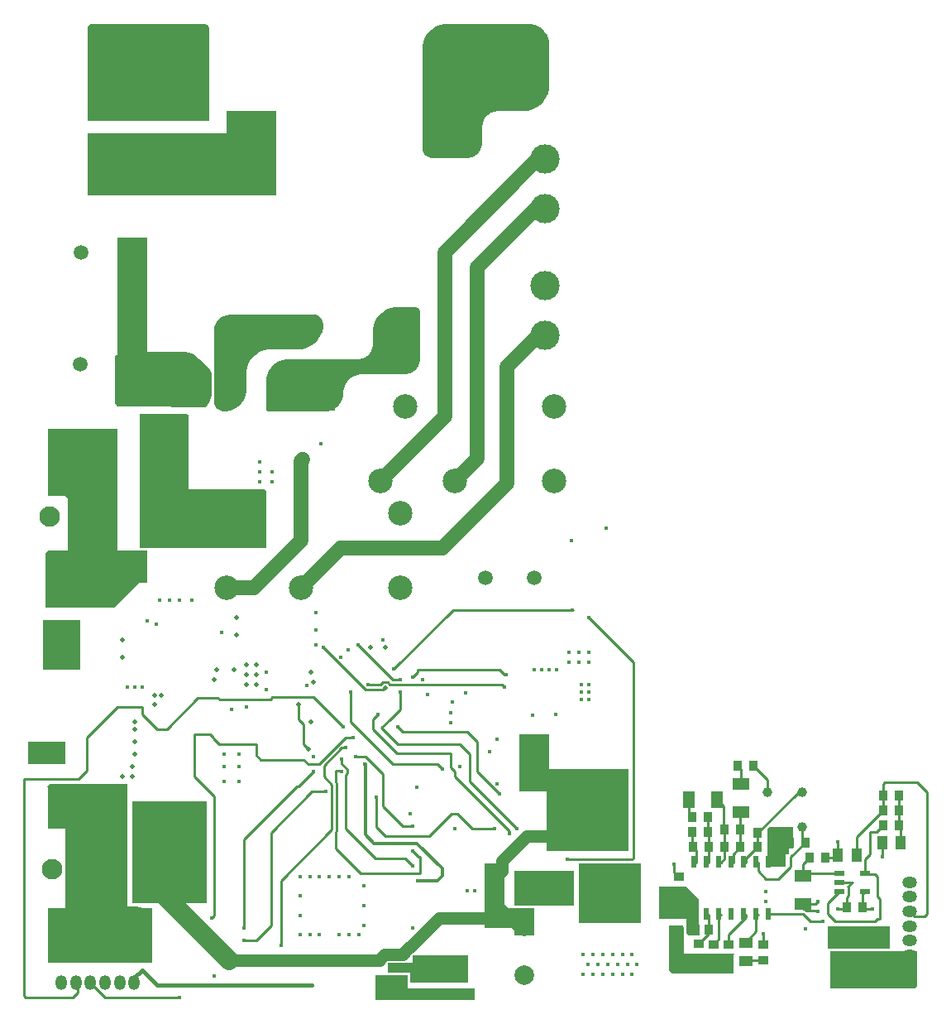
<source format=gbl>
G04*
G04 #@! TF.GenerationSoftware,Altium Limited,Altium Designer,23.11.1 (41)*
G04*
G04 Layer_Physical_Order=4*
G04 Layer_Color=16711680*
%FSLAX25Y25*%
%MOIN*%
G70*
G04*
G04 #@! TF.SameCoordinates,8D3607F6-0EDD-4B5D-BFDE-71B222FAF683*
G04*
G04*
G04 #@! TF.FilePolarity,Positive*
G04*
G01*
G75*
%ADD11C,0.01181*%
%ADD12C,0.01000*%
%ADD14C,0.01575*%
%ADD22R,0.03937X0.05709*%
%ADD23R,0.03740X0.03937*%
%ADD34R,0.03937X0.03740*%
%ADD47R,0.05709X0.03937*%
%ADD97C,0.08268*%
%ADD102C,0.05906*%
%ADD103C,0.07874*%
%ADD107C,0.05906*%
%ADD108C,0.11811*%
%ADD109C,0.09843*%
%ADD110C,0.03937*%
%ADD111O,0.07874X0.15748*%
%ADD112O,0.15748X0.07874*%
%ADD113O,0.07087X0.14173*%
%ADD114O,0.04724X0.05906*%
%ADD115O,0.05906X0.04724*%
%ADD116C,0.07874*%
%ADD117C,0.01575*%
%ADD118C,0.01968*%
%ADD133R,0.06693X0.04528*%
%ADD134R,0.02284X0.04646*%
%ADD135R,0.04331X0.02362*%
%ADD136R,0.04528X0.07087*%
%ADD137R,0.07087X0.04528*%
%ADD138C,0.05000*%
G36*
X78550Y396113D02*
X79113Y395550D01*
X79417Y394815D01*
Y394417D01*
Y357417D01*
X30417D01*
Y394417D01*
Y394815D01*
X30722Y395550D01*
X31284Y396113D01*
X32019Y396417D01*
X32417Y396417D01*
X32417Y396417D01*
X77815D01*
X78550Y396113D01*
D02*
G37*
G36*
X210751Y396110D02*
X212207Y395507D01*
X213517Y394631D01*
X214631Y393517D01*
X215507Y392207D01*
X216110Y390751D01*
X216417Y389205D01*
Y388417D01*
Y371417D01*
Y370432D01*
X216033Y368500D01*
X215279Y366681D01*
X214185Y365043D01*
X212792Y363650D01*
X211154Y362555D01*
X209334Y361802D01*
X207402Y361417D01*
X196417D01*
X195731Y361384D01*
X194385Y361116D01*
X193117Y360591D01*
X191977Y359828D01*
X191006Y358858D01*
X190244Y357717D01*
X189719Y356449D01*
X189451Y355103D01*
X189417Y354417D01*
Y348417D01*
Y347826D01*
X189187Y346667D01*
X188734Y345575D01*
X188078Y344592D01*
X187242Y343757D01*
X186259Y343100D01*
X185168Y342648D01*
X184008Y342417D01*
X169023D01*
X168251Y342571D01*
X167523Y342873D01*
X166867Y343310D01*
X166310Y343867D01*
X165873Y344523D01*
X165571Y345251D01*
X165417Y346023D01*
Y346417D01*
Y386417D01*
Y387402D01*
X165802Y389334D01*
X166555Y391154D01*
X167650Y392792D01*
X169043Y394185D01*
X170680Y395279D01*
X172500Y396033D01*
X174432Y396417D01*
X209205D01*
X210751Y396110D01*
D02*
G37*
G36*
X106417Y330417D02*
Y327417D01*
X30417D01*
Y352417D01*
X86417D01*
Y360417D01*
Y361417D01*
X106417D01*
Y330417D01*
D02*
G37*
G36*
X54417Y264417D02*
X69547D01*
X71479Y264033D01*
X73299Y263279D01*
X74936Y262185D01*
X75633Y261488D01*
X79838Y257283D01*
X79976Y257146D01*
X80192Y256822D01*
X80341Y256462D01*
X80417Y256079D01*
Y255885D01*
Y247800D01*
Y247045D01*
X80123Y245565D01*
X79545Y244171D01*
X78707Y242916D01*
X78173Y242382D01*
X78058Y242268D01*
X77789Y242088D01*
X77489Y241963D01*
X77171Y241900D01*
X64268D01*
Y242190D01*
X42891D01*
X42740Y242219D01*
X42599Y242278D01*
X42472Y242363D01*
X42417Y242417D01*
X42180Y242655D01*
X41806Y243214D01*
X41548Y243836D01*
X41417Y244495D01*
Y244831D01*
Y261417D01*
Y261655D01*
X41510Y262122D01*
X41601Y262341D01*
X41601D01*
X41601Y262341D01*
X41692Y262561D01*
X41956Y262956D01*
X42124Y263124D01*
X42417Y263417D01*
Y310417D01*
X54417D01*
Y264417D01*
D02*
G37*
G36*
X163550Y282113D02*
X164113Y281550D01*
X164417Y280815D01*
Y280417D01*
Y261417D01*
Y260826D01*
X164187Y259667D01*
X163734Y258575D01*
X163078Y257593D01*
X162242Y256757D01*
X161259Y256100D01*
X160168Y255648D01*
X159008Y255417D01*
X141417D01*
X140633Y255379D01*
X139095Y255073D01*
X137646Y254473D01*
X136342Y253601D01*
X135233Y252492D01*
X134362Y251188D01*
X133762Y249740D01*
X133456Y248201D01*
X133417Y247417D01*
Y246728D01*
X133148Y245375D01*
X132621Y244102D01*
X131855Y242955D01*
X130879Y241980D01*
X129733Y241214D01*
X128459Y240686D01*
X127107Y240417D01*
X103218D01*
X102851Y240570D01*
X102570Y240851D01*
X102417Y241218D01*
Y241417D01*
Y243417D01*
Y252417D01*
Y253304D01*
X102763Y255043D01*
X103442Y256680D01*
X104427Y258155D01*
X105680Y259408D01*
X107154Y260393D01*
X108792Y261071D01*
X110531Y261417D01*
X139417D01*
X140005Y261446D01*
X141159Y261676D01*
X142246Y262126D01*
X143224Y262779D01*
X144055Y263611D01*
X144709Y264589D01*
X145159Y265676D01*
X145388Y266829D01*
X145417Y267417D01*
Y272417D01*
Y273402D01*
X145802Y275334D01*
X146555Y277154D01*
X147650Y278792D01*
X149043Y280185D01*
X150680Y281279D01*
X152500Y282033D01*
X154432Y282417D01*
X162815D01*
X163550Y282113D01*
D02*
G37*
G36*
X122584Y279264D02*
X123312Y278962D01*
X123967Y278524D01*
X124524Y277967D01*
X124962Y277312D01*
X125264Y276584D01*
X125417Y275811D01*
Y275417D01*
Y274432D01*
X125033Y272500D01*
X124279Y270680D01*
X123185Y269043D01*
X121792Y267650D01*
X120154Y266555D01*
X118334Y265802D01*
X116402Y265417D01*
X104417D01*
X103437Y265369D01*
X101514Y264987D01*
X99703Y264236D01*
X98073Y263147D01*
X96687Y261761D01*
X95598Y260131D01*
X94848Y258320D01*
X94466Y256398D01*
X94417Y255417D01*
Y249417D01*
Y248531D01*
X94072Y246792D01*
X93393Y245154D01*
X92408Y243680D01*
X91154Y242427D01*
X89680Y241442D01*
X88042Y240763D01*
X86304Y240417D01*
X85023D01*
X84251Y240571D01*
X83523Y240873D01*
X82867Y241310D01*
X82310Y241867D01*
X81873Y242523D01*
X81571Y243251D01*
X81417Y244023D01*
Y244417D01*
Y272417D01*
Y273107D01*
X81686Y274459D01*
X82214Y275733D01*
X82980Y276880D01*
X83955Y277855D01*
X85102Y278621D01*
X86375Y279148D01*
X87728Y279417D01*
X121811D01*
X122584Y279264D01*
D02*
G37*
G36*
X70846Y239141D02*
X70885Y239097D01*
X71029Y238881D01*
X71224Y238411D01*
X71323Y237913D01*
X71323Y237659D01*
X71323Y209137D01*
X100679D01*
X100679Y209137D01*
X100679Y209137D01*
X100679D01*
X101139Y209094D01*
X101396Y209043D01*
X101843Y208858D01*
X102246Y208589D01*
X102417Y208417D01*
X102417Y185417D01*
X51417D01*
Y239417D01*
X70407D01*
X70429Y239418D01*
X70473Y239427D01*
X70514Y239444D01*
X70846Y239141D01*
D02*
G37*
G36*
X42417Y232417D02*
Y184417D01*
X54417D01*
Y171417D01*
X51252D01*
X41252Y161417D01*
X13417D01*
Y183417D01*
X14417Y184417D01*
X22417D01*
Y205417D01*
X21417Y206417D01*
X14417D01*
Y229417D01*
Y230850D01*
Y233417D01*
X42417D01*
Y232417D01*
D02*
G37*
G36*
X27417Y136417D02*
X12417D01*
Y136950D01*
Y156417D01*
X27417D01*
Y136417D01*
D02*
G37*
G36*
X21417Y98417D02*
X6417D01*
Y107417D01*
X21417D01*
Y98417D01*
D02*
G37*
G36*
X216417Y96417D02*
X248417D01*
Y63437D01*
X215417D01*
Y87417D01*
X204417D01*
Y110417D01*
X216417D01*
Y96417D01*
D02*
G37*
G36*
X310000Y73000D02*
X315000D01*
Y66000D01*
Y64355D01*
X313072D01*
Y62072D01*
X313000Y62000D01*
X311844D01*
Y57086D01*
X304525D01*
Y72193D01*
X305412Y73080D01*
X309920D01*
X310000Y73000D01*
D02*
G37*
G36*
X78417Y42417D02*
X48417D01*
Y82417D01*
Y83417D01*
X78417D01*
Y42417D01*
D02*
G37*
G36*
X226417Y43417D02*
Y42417D01*
Y41417D01*
X202417D01*
Y55417D01*
X226417D01*
Y43417D01*
D02*
G37*
G36*
X253417Y34417D02*
X228417D01*
Y58417D01*
X253417D01*
Y34417D01*
D02*
G37*
G36*
X198417Y42019D02*
X200019Y40417D01*
X210417D01*
Y29417D01*
X202417D01*
Y31417D01*
X201417Y32417D01*
X190402D01*
Y58417D01*
X198417D01*
Y42019D01*
D02*
G37*
G36*
X276899Y44101D02*
Y34080D01*
X277260Y33719D01*
Y29416D01*
X277200Y29355D01*
X272746D01*
X272000Y30101D01*
Y36000D01*
X261000D01*
Y49000D01*
X272000D01*
X276899Y44101D01*
D02*
G37*
G36*
X354000Y24000D02*
X329000D01*
Y33000D01*
X354000D01*
Y24000D01*
D02*
G37*
G36*
X46417Y40552D02*
X46283Y40417D01*
X56307D01*
X56417Y40307D01*
Y18417D01*
X14480D01*
Y19480D01*
Y40417D01*
X21666D01*
Y72169D01*
X21417Y72417D01*
X14417D01*
Y89179D01*
X14156Y89441D01*
X15132Y90417D01*
X46417D01*
Y40552D01*
D02*
G37*
G36*
X271000Y32799D02*
Y22000D01*
X291070D01*
X291101Y22031D01*
Y21767D01*
X291000Y21666D01*
Y14000D01*
X266000D01*
X264786Y15214D01*
Y33474D01*
X270325D01*
X271000Y32799D01*
D02*
G37*
G36*
X184000Y10417D02*
X160417D01*
Y14417D01*
X151417D01*
Y18417D01*
X161417D01*
X161417Y21417D01*
X184000D01*
Y10417D01*
D02*
G37*
G36*
X365000Y9000D02*
X364000Y8000D01*
X330000D01*
Y23000D01*
X365000D01*
Y9000D01*
D02*
G37*
G36*
X159598Y13236D02*
Y8071D01*
X186417D01*
Y3512D01*
X146417D01*
Y13417D01*
X159417D01*
X159598Y13236D01*
D02*
G37*
D11*
X142417Y69994D02*
Y98314D01*
X145994Y66417D02*
X163227D01*
X142417Y69994D02*
X145994Y66417D01*
X163227D02*
X173417Y56227D01*
X142314Y98314D02*
X142417D01*
X173417Y53417D02*
Y56227D01*
X171417Y51417D02*
X173417Y53417D01*
X163417Y51417D02*
X171417D01*
D12*
X93417Y32417D02*
Y67917D01*
X115000Y89500D01*
X115500D01*
X121417Y95417D01*
X133000Y98452D02*
X135087Y96365D01*
X133000Y98452D02*
Y100500D01*
X134417Y93965D02*
X135087Y94635D01*
X130607Y95607D02*
X132893D01*
X134417Y72417D02*
Y93965D01*
X135087Y94635D02*
Y96365D01*
X132893Y95607D02*
X133000Y95500D01*
X130607Y90978D02*
Y95607D01*
X133000Y105000D02*
X134500D01*
X125701Y97701D02*
X133000Y105000D01*
X123806Y98417D02*
X134388Y109000D01*
X137500D01*
X104772Y125465D02*
X121535D01*
X133500Y113500D01*
X225937Y160500D02*
X226075D01*
X177865D02*
X225937D01*
X153918Y136553D02*
X177865Y160500D01*
X152324Y130417D02*
X197417D01*
X104417Y125110D02*
X104772Y125465D01*
X293652Y78921D02*
X293739Y79009D01*
X293652Y72025D02*
Y78921D01*
Y65025D02*
Y72025D01*
X300502Y70630D02*
X300589Y70718D01*
X300502Y65025D02*
Y70630D01*
X326718Y35000D02*
X327000D01*
X322000D02*
X326718D01*
X320194Y39351D02*
X324649D01*
X325000Y39000D01*
X329000Y38000D02*
X332000Y35000D01*
X350000Y36000D02*
Y44000D01*
X332000Y35000D02*
X348000D01*
X318945Y38055D02*
X322000Y35000D01*
X319690Y39855D02*
X320194Y39351D01*
X318739Y40261D02*
X319145Y39855D01*
X319690D01*
X305000Y38055D02*
X318945D01*
X329000Y38000D02*
Y42356D01*
X324009Y42009D02*
X325000Y43000D01*
X318739Y40261D02*
Y42009D01*
X324009D01*
X329000Y42356D02*
X333621Y46977D01*
X302739Y29739D02*
X303000Y30000D01*
X302739Y25718D02*
Y29739D01*
X319718Y66718D02*
X319739D01*
X314000Y61000D02*
X319718Y66718D01*
X314000Y57000D02*
Y61000D01*
X309000Y52000D02*
X314000Y57000D01*
X304000Y52000D02*
X309000D01*
X300739Y55261D02*
X304000Y52000D01*
X300739Y55261D02*
Y58662D01*
X318681Y67775D02*
X319739Y66718D01*
X318681Y67775D02*
Y72976D01*
X292440Y97718D02*
X293739Y96418D01*
Y90426D02*
Y96418D01*
X298739Y97718D02*
X304469Y91988D01*
Y86992D02*
Y91988D01*
X317041Y87169D02*
X318524D01*
X300589Y70718D02*
X317041Y87169D01*
X295739Y60262D02*
X300502Y65025D01*
X295739Y58662D02*
Y60262D01*
X290739Y62112D02*
X293652Y65025D01*
X290739Y58662D02*
Y62112D01*
X285739Y58662D02*
X287352Y60276D01*
Y65025D01*
Y72025D01*
X287000Y72377D02*
X287352Y72025D01*
X284211Y84025D02*
X287000Y81235D01*
Y72377D02*
Y81235D01*
X272793Y78584D02*
Y84025D01*
Y78584D02*
X274352Y77025D01*
X280651Y71025D02*
Y77025D01*
Y71025D02*
X280801Y70875D01*
Y65025D02*
Y70875D01*
X280739Y64963D02*
X280801Y65025D01*
X280739Y58662D02*
Y64963D01*
X274352Y65174D02*
Y71025D01*
Y65174D02*
X274502Y65025D01*
X275739Y63788D01*
Y58662D02*
Y63788D01*
X267000Y54756D02*
Y58000D01*
Y54756D02*
X268739Y53017D01*
X300000Y36978D02*
X300739Y37718D01*
X300000Y31000D02*
Y36978D01*
X295739Y26739D02*
X300000Y31000D01*
X295739Y26458D02*
Y26739D01*
Y36739D02*
Y37718D01*
X288739Y29739D02*
X295739Y36739D01*
X288739Y25718D02*
Y29739D01*
X285000Y36978D02*
X285739Y37718D01*
X285000Y27978D02*
Y36978D01*
X282739Y25718D02*
X285000Y27978D01*
X280739Y29867D02*
Y31718D01*
X276739Y25867D02*
X280739Y29867D01*
Y31718D02*
Y37718D01*
X295739Y18977D02*
X296180Y19418D01*
X302739D01*
X362000Y39000D02*
X364000Y37000D01*
X368000D01*
X369000Y38000D01*
Y87000D01*
X365000Y91000D02*
X369000Y87000D01*
X352000Y91000D02*
X365000D01*
X351310Y90310D02*
X352000Y91000D01*
X351310Y85718D02*
Y90310D01*
X346000Y70872D02*
X348464D01*
X346000Y62000D02*
Y70872D01*
X348464D02*
X351310Y73718D01*
X343857Y59857D02*
X346000Y62000D01*
X340479Y68887D02*
X351310Y79718D01*
X343857Y54458D02*
Y59857D01*
X340479Y61718D02*
Y68887D01*
X351310Y79718D02*
Y85718D01*
X357609Y79718D02*
Y85718D01*
Y73718D02*
Y79718D01*
Y73718D02*
X358200Y73127D01*
Y66718D02*
Y73127D01*
X350719Y61281D02*
X351000Y61000D01*
X350719Y61281D02*
Y66718D01*
X332999Y66999D02*
X333000Y67000D01*
X332999Y61718D02*
Y66999D01*
X331999Y60718D02*
X332999Y61718D01*
X327739Y60718D02*
X331999D01*
X318739Y53426D02*
Y58017D01*
X321440Y60718D01*
X318739Y53426D02*
X319771Y54458D01*
X333621D01*
X343857D02*
X344315Y54000D01*
X348000D01*
X349000Y53000D01*
Y45000D02*
Y53000D01*
Y45000D02*
X350000Y44000D01*
X349000Y36000D02*
X350000D01*
X348000Y35000D02*
X349000Y36000D01*
X337086Y45258D02*
Y48697D01*
X336908Y48875D02*
X338739Y50707D01*
X336590Y40718D02*
Y44761D01*
X336908Y48875D02*
X337086Y48697D01*
X336590Y44761D02*
X337086Y45258D01*
X338728Y50718D02*
X338739Y50707D01*
X333621Y50718D02*
X338728D01*
X342889Y40718D02*
Y46009D01*
X343857Y46977D01*
X342889Y40718D02*
X343606Y40000D01*
X347000D01*
X335872D02*
X336590Y40718D01*
X333000Y40000D02*
X335872D01*
X232417Y157417D02*
X250417Y139417D01*
Y60417D02*
Y139417D01*
X249955Y59955D02*
X250417Y60417D01*
X223805Y59955D02*
X249955D01*
X200417Y70417D02*
Y71417D01*
X178417Y93417D02*
X200417Y71417D01*
X185417Y72417D02*
X194417D01*
X179417Y78417D02*
X185417Y72417D01*
X168268Y69417D02*
X177268Y78417D01*
X179417D01*
X150417Y69417D02*
X168268D01*
X146939Y72896D02*
X150417Y69417D01*
X146939Y72896D02*
Y85055D01*
X171417Y98417D02*
X173417Y96417D01*
X149554Y81281D02*
X157417Y73417D01*
X161417D01*
Y63417D02*
X163779Y61055D01*
X31606Y10417D02*
X37606Y4417D01*
X67417D01*
X108417Y25417D02*
Y51417D01*
X130785Y71240D02*
Y90800D01*
X130607Y64228D02*
Y71061D01*
X130785Y71240D01*
X108417Y51417D02*
X128985Y71985D01*
X130607Y64228D02*
X140417Y54417D01*
X121008Y87417D02*
X126417D01*
X130607Y90978D02*
X130785Y90800D01*
X128985Y71985D02*
Y90055D01*
X125701Y93339D02*
X128985Y90055D01*
X104417Y70827D02*
X121008Y87417D01*
X125701Y93339D02*
Y97701D01*
X80417Y36417D02*
X81417Y37417D01*
Y85417D01*
X73417Y93417D02*
X81417Y85417D01*
X73417Y93417D02*
Y110417D01*
X79804D01*
X81197Y109024D01*
Y108638D02*
Y109024D01*
Y108638D02*
X83417Y106417D01*
X98417D01*
Y101855D02*
Y106417D01*
Y101855D02*
X100118Y100154D01*
X117680D01*
X119417Y98417D01*
X123806D01*
X26417Y6417D02*
Y9701D01*
X5417Y4417D02*
X24417D01*
X26417Y6417D01*
X25701Y10417D02*
X26417Y9701D01*
X4824Y5011D02*
Y92417D01*
Y5011D02*
X5417Y4417D01*
X4824Y92417D02*
X26835D01*
X30095Y95677D01*
Y109095D01*
X42417Y121417D01*
X52417D01*
Y118417D02*
Y121417D01*
Y118417D02*
X58417Y112417D01*
X62417D01*
X74926Y124926D01*
X83165D01*
X83674Y124417D01*
X104417D01*
Y125110D01*
X136417Y115417D02*
X153417Y98417D01*
X136417Y115417D02*
Y127417D01*
X125417Y145417D02*
X142417Y128417D01*
X138417Y101417D02*
X142417D01*
X149554Y94281D01*
Y81281D02*
Y94281D01*
X145417Y116417D02*
X147417Y118417D01*
X145417Y112255D02*
Y116417D01*
X155417Y113417D02*
X157417Y111417D01*
X178417Y93417D02*
Y95417D01*
X176929Y96905D02*
X178417Y95417D01*
X176929Y96905D02*
Y102589D01*
X134417Y72417D02*
X146417Y60417D01*
X139417Y146417D02*
X153417Y132417D01*
X156417D01*
Y132505D01*
X151364Y131378D02*
X152324Y130417D01*
X196417Y136417D02*
X198417Y134417D01*
X163417Y136417D02*
X196417D01*
X163417Y135417D02*
Y136417D01*
X161417Y133417D02*
X163417Y135417D01*
X197417Y130417D02*
X198417Y129417D01*
X148511Y130417D02*
X149471Y131378D01*
X150255Y129255D02*
X150417Y129094D01*
X149471Y131378D02*
X151364D01*
X143417Y130417D02*
X148511D01*
X149417Y128417D02*
X150255Y129255D01*
X144369Y128417D02*
X149417D01*
X142465D02*
X142553Y128330D01*
X142417Y128417D02*
X142465D01*
X142553Y128330D02*
X144282D01*
X144369Y128417D01*
X152417Y116417D02*
X156417Y120417D01*
Y127417D01*
X148917Y112917D02*
X155417Y106417D01*
X148917Y112917D02*
X152417Y116417D01*
X155417Y106417D02*
X180417D01*
X184417Y102417D01*
X155083Y102589D02*
X176929D01*
X145417Y112255D02*
X155083Y102589D01*
X157417Y111417D02*
X183417D01*
X187417Y107417D01*
Y95417D02*
Y107417D01*
Y95417D02*
X196417Y86417D01*
X184417Y91417D02*
Y102417D01*
Y91417D02*
X203417Y72417D01*
X153417Y98417D02*
X171417D01*
X146417Y60417D02*
X158417D01*
X161417Y57417D01*
X164573Y54417D02*
Y61055D01*
X140417Y54417D02*
X164573D01*
X104417Y33417D02*
Y70827D01*
X93417Y27417D02*
X98417D01*
X104417Y33417D01*
X163779Y61055D02*
X164573D01*
X117417Y106417D02*
Y114417D01*
X115417Y116417D02*
X117417Y114417D01*
X115417Y116417D02*
Y122417D01*
X117417Y106417D02*
X119417Y104417D01*
D14*
X49323Y10417D02*
Y12323D01*
X52417Y15417D01*
X58417Y9417D01*
X120836D01*
D22*
X350719Y66718D02*
D03*
X358200D02*
D03*
X340479Y61718D02*
D03*
X332999D02*
D03*
D23*
X274352Y71025D02*
D03*
X280651D02*
D03*
X274440Y31718D02*
D03*
X280739D02*
D03*
X280651Y77025D02*
D03*
X274352D02*
D03*
X287352Y65025D02*
D03*
X293652D02*
D03*
X292440Y97718D02*
D03*
X298739D02*
D03*
X300502Y65025D02*
D03*
X306801D02*
D03*
X357609Y85718D02*
D03*
X351310D02*
D03*
Y73718D02*
D03*
X357609D02*
D03*
Y79718D02*
D03*
X351310D02*
D03*
X321440Y60718D02*
D03*
X327739D02*
D03*
X274502Y65025D02*
D03*
X280801D02*
D03*
X287352Y72025D02*
D03*
X293652D02*
D03*
X313440Y66718D02*
D03*
X319739D02*
D03*
X300589Y70718D02*
D03*
X306889D02*
D03*
X342889Y40718D02*
D03*
X336590D02*
D03*
D34*
X282739Y25718D02*
D03*
Y19418D02*
D03*
X288739Y25718D02*
D03*
Y19418D02*
D03*
X302739Y25718D02*
D03*
Y19418D02*
D03*
X276739Y25867D02*
D03*
Y19568D02*
D03*
X268739Y46718D02*
D03*
Y53017D02*
D03*
D47*
X267739Y38718D02*
D03*
Y31237D02*
D03*
X350000Y19000D02*
D03*
Y26480D02*
D03*
X342000Y19000D02*
D03*
Y26480D02*
D03*
X334000Y19000D02*
D03*
Y26480D02*
D03*
X295739Y18977D02*
D03*
Y26458D02*
D03*
D97*
X15221Y197976D02*
D03*
X16220Y55976D02*
D03*
D102*
X116417Y220417D02*
X117146Y221146D01*
X199417Y258417D02*
X212417Y271417D01*
X199417Y211417D02*
Y258417D01*
X173417Y185417D02*
X199417Y211417D01*
X132417Y185417D02*
X173417D01*
X116417Y169417D02*
X132417Y185417D01*
X116417Y188417D02*
Y220417D01*
X97417Y169417D02*
X116417Y188417D01*
X86417Y169417D02*
X97417D01*
X211417Y322417D02*
X212417D01*
X187417Y298417D02*
X211417Y322417D01*
X187417Y221417D02*
Y298417D01*
X178417Y212417D02*
X187417Y221417D01*
X148417Y212417D02*
X174417Y238417D01*
Y304417D01*
X213000Y343000D01*
D103*
X61417Y45417D02*
X87417Y19417D01*
X61417Y45417D02*
Y52417D01*
D107*
X47417Y304417D02*
D03*
X27732D02*
D03*
X116732Y272047D02*
D03*
X156102D02*
D03*
X97047Y350787D02*
D03*
X175787D02*
D03*
X71569Y388417D02*
D03*
X209266D02*
D03*
X190732Y173417D02*
D03*
X210417D02*
D03*
X47260Y259417D02*
D03*
X27575D02*
D03*
D108*
X40417Y364417D02*
D03*
Y344417D02*
D03*
X215000Y271000D02*
D03*
Y291000D02*
D03*
Y322000D02*
D03*
Y342000D02*
D03*
D109*
X96417Y199417D02*
D03*
X156417D02*
D03*
X86417Y169417D02*
D03*
X116417D02*
D03*
X156417D02*
D03*
X158417Y242417D02*
D03*
X218417D02*
D03*
X148417Y212417D02*
D03*
X178417D02*
D03*
X218417D02*
D03*
D110*
X318681Y72976D02*
D03*
X304469Y86992D02*
D03*
X318524Y87169D02*
D03*
D111*
X32937Y197976D02*
D03*
X33937Y55976D02*
D03*
D112*
X45535Y179079D02*
D03*
X46535Y37079D02*
D03*
D113*
X57740Y202307D02*
D03*
X58740Y60307D02*
D03*
D114*
X49323Y10417D02*
D03*
X43417D02*
D03*
X37512D02*
D03*
X31606D02*
D03*
X25701D02*
D03*
X19795D02*
D03*
D115*
X362000Y50811D02*
D03*
Y44905D02*
D03*
Y39000D02*
D03*
Y33094D02*
D03*
Y27189D02*
D03*
Y21283D02*
D03*
D116*
X206417Y13417D02*
D03*
Y33102D02*
D03*
D117*
X133000Y100500D02*
D03*
Y95500D02*
D03*
X134500Y105000D02*
D03*
X137500Y109000D02*
D03*
X133500Y113500D02*
D03*
X130000Y247000D02*
D03*
Y252500D02*
D03*
X124000D02*
D03*
X130500Y257500D02*
D03*
X124500Y258000D02*
D03*
X118500Y253000D02*
D03*
X119000Y258000D02*
D03*
X124500Y242000D02*
D03*
X129500Y241500D02*
D03*
X118500Y247000D02*
D03*
X119000Y242000D02*
D03*
X81500Y13000D02*
D03*
X225937Y160500D02*
D03*
X183000Y127000D02*
D03*
X100000Y220000D02*
D03*
Y212000D02*
D03*
Y216000D02*
D03*
X105000D02*
D03*
Y212000D02*
D03*
X177000Y119000D02*
D03*
Y115000D02*
D03*
X219063Y118417D02*
D03*
X210000Y118000D02*
D03*
X326718Y35000D02*
D03*
X325000Y39000D02*
D03*
X333000Y40000D02*
D03*
X320000Y32000D02*
D03*
X325000Y43000D02*
D03*
X336000Y31000D02*
D03*
X344000D02*
D03*
X340000D02*
D03*
X331000D02*
D03*
X348000D02*
D03*
X303000Y30000D02*
D03*
X304000Y43000D02*
D03*
Y47000D02*
D03*
X352000Y31000D02*
D03*
X309000Y59000D02*
D03*
X311000Y62000D02*
D03*
X313000Y71000D02*
D03*
X267000Y58000D02*
D03*
X263000Y43000D02*
D03*
Y47000D02*
D03*
Y38000D02*
D03*
X286000Y15000D02*
D03*
X280000D02*
D03*
X275000D02*
D03*
X268000D02*
D03*
Y19000D02*
D03*
Y24000D02*
D03*
X351000Y61000D02*
D03*
X333000Y67000D02*
D03*
X347000Y40000D02*
D03*
X350000Y12000D02*
D03*
X342000D02*
D03*
X334000D02*
D03*
X232417Y157417D02*
D03*
X223805Y59955D02*
D03*
X200417Y70417D02*
D03*
X194417Y72417D02*
D03*
X178417D02*
D03*
X146939Y85055D02*
D03*
X173417Y96417D02*
D03*
X161417Y73417D02*
D03*
Y63417D02*
D03*
X120836Y9417D02*
D03*
X150417Y11417D02*
D03*
X147417D02*
D03*
X67417Y4417D02*
D03*
X108417Y25417D02*
D03*
X124016Y53150D02*
D03*
X127953D02*
D03*
X124016Y29528D02*
D03*
X126417Y87417D02*
D03*
X80417Y36417D02*
D03*
X91417Y102417D02*
D03*
X45417Y88417D02*
D03*
X118893Y129893D02*
D03*
X136417Y127417D02*
D03*
X121417Y101417D02*
D03*
Y95417D02*
D03*
X142314Y98314D02*
D03*
X138417Y101417D02*
D03*
X147417Y118417D02*
D03*
X155417Y113417D02*
D03*
X167417Y126417D02*
D03*
X153918Y136553D02*
D03*
X156417Y132505D02*
D03*
X124417Y227417D02*
D03*
X117146Y221146D02*
D03*
X122417Y159417D02*
D03*
X199307Y134188D02*
D03*
X210417Y136417D02*
D03*
X213417D02*
D03*
X216417D02*
D03*
X219417D02*
D03*
X165417Y132505D02*
D03*
X161417Y133417D02*
D03*
X198417Y129417D02*
D03*
X143417Y130417D02*
D03*
X225417Y188417D02*
D03*
X239417Y193417D02*
D03*
X195417Y108417D02*
D03*
X192417Y103417D02*
D03*
X180417Y97417D02*
D03*
X195417Y90417D02*
D03*
X196417Y86417D02*
D03*
X156417Y127417D02*
D03*
X203417Y72417D02*
D03*
X52417Y129417D02*
D03*
X49417D02*
D03*
X46417D02*
D03*
X72417Y164417D02*
D03*
X67417D02*
D03*
X63417D02*
D03*
X59417D02*
D03*
X58199Y154685D02*
D03*
X54654Y156143D02*
D03*
X84417Y151417D02*
D03*
X102417Y135417D02*
D03*
Y128417D02*
D03*
X94417Y121417D02*
D03*
X88417Y120417D02*
D03*
X85417Y91417D02*
D03*
Y97417D02*
D03*
Y102417D02*
D03*
X91417Y97417D02*
D03*
Y91417D02*
D03*
X122417Y152417D02*
D03*
Y146417D02*
D03*
X149417Y148417D02*
D03*
X135417Y144417D02*
D03*
X132417Y141417D02*
D03*
X177417Y123417D02*
D03*
X232417Y139417D02*
D03*
Y143417D02*
D03*
X228417D02*
D03*
X224417D02*
D03*
X228417Y139417D02*
D03*
X224417D02*
D03*
X229417Y124417D02*
D03*
Y130417D02*
D03*
Y127382D02*
D03*
X232417Y124417D02*
D03*
Y127417D02*
D03*
Y130417D02*
D03*
X215417Y109417D02*
D03*
X211417D02*
D03*
X214417Y100417D02*
D03*
X211417D02*
D03*
X208417D02*
D03*
X205417D02*
D03*
X15417Y74417D02*
D03*
X16417Y81417D02*
D03*
X15417Y88417D02*
D03*
X45417Y75417D02*
D03*
Y82417D02*
D03*
X222441Y53150D02*
D03*
X224410Y49213D02*
D03*
X222441Y45276D02*
D03*
X218504Y53150D02*
D03*
X220473Y49213D02*
D03*
X218504Y45276D02*
D03*
X216536Y49213D02*
D03*
X214567Y45276D02*
D03*
X210630D02*
D03*
X206693D02*
D03*
X186417Y47417D02*
D03*
X183417D02*
D03*
X141732Y49213D02*
D03*
Y41339D02*
D03*
Y33465D02*
D03*
X139764Y29528D02*
D03*
X135827Y53150D02*
D03*
Y29528D02*
D03*
X131890Y53150D02*
D03*
Y29528D02*
D03*
X120079Y53150D02*
D03*
Y29528D02*
D03*
X116142Y53150D02*
D03*
Y45276D02*
D03*
Y37402D02*
D03*
Y29528D02*
D03*
X250000Y21654D02*
D03*
X251969Y17717D02*
D03*
X250000Y13780D02*
D03*
X246063Y21654D02*
D03*
X248032Y17717D02*
D03*
X246063Y13780D02*
D03*
X242126Y21654D02*
D03*
X244095Y17717D02*
D03*
X242126Y13780D02*
D03*
X238189Y21654D02*
D03*
X240158Y17717D02*
D03*
X238189Y13780D02*
D03*
X234252Y21654D02*
D03*
X236221Y17717D02*
D03*
X234252Y13780D02*
D03*
X230315Y21654D02*
D03*
X232284Y17717D02*
D03*
X230315Y13780D02*
D03*
X250000Y53150D02*
D03*
Y45276D02*
D03*
X246063Y53150D02*
D03*
X248032Y49213D02*
D03*
X246063Y45276D02*
D03*
X242126Y53150D02*
D03*
X244095Y49213D02*
D03*
X242126Y45276D02*
D03*
X238189Y53150D02*
D03*
X240158Y49213D02*
D03*
X238189Y45276D02*
D03*
X234252Y53150D02*
D03*
X236221Y49213D02*
D03*
X234252Y45276D02*
D03*
X230315Y53150D02*
D03*
X232284Y49213D02*
D03*
X230315Y45276D02*
D03*
X161417Y57417D02*
D03*
X163417Y51417D02*
D03*
X160417Y78417D02*
D03*
X161417Y32417D02*
D03*
X163102Y89109D02*
D03*
X212599Y375985D02*
D03*
X210630Y372047D02*
D03*
X212599Y368110D02*
D03*
X208662Y375985D02*
D03*
X206693Y372047D02*
D03*
X208662Y368110D02*
D03*
X206693Y364174D02*
D03*
X202756Y387795D02*
D03*
Y379922D02*
D03*
X204725Y375985D02*
D03*
X202756Y372047D02*
D03*
X204725Y368110D02*
D03*
X202756Y364174D02*
D03*
X200788Y391733D02*
D03*
X198819Y387795D02*
D03*
X200788Y383858D02*
D03*
X198819Y379922D02*
D03*
X200788Y375985D02*
D03*
X198819Y372047D02*
D03*
X200788Y368110D02*
D03*
X198819Y364174D02*
D03*
X196851Y391733D02*
D03*
X194882Y387795D02*
D03*
X196851Y383858D02*
D03*
X194882Y379922D02*
D03*
X196851Y375985D02*
D03*
X194882Y372047D02*
D03*
X196851Y368110D02*
D03*
X194882Y364174D02*
D03*
X192913Y391733D02*
D03*
X190945Y387795D02*
D03*
X192913Y383858D02*
D03*
X190945Y379922D02*
D03*
X192913Y375985D02*
D03*
X190945Y372047D02*
D03*
X192913Y368110D02*
D03*
X190945Y364174D02*
D03*
X76772Y375985D02*
D03*
X74803Y379922D02*
D03*
X72835Y375985D02*
D03*
X74803Y372047D02*
D03*
X70866Y379922D02*
D03*
X68898Y375985D02*
D03*
X70866Y372047D02*
D03*
X64961Y391733D02*
D03*
Y383858D02*
D03*
X66929Y379922D02*
D03*
X64961Y375985D02*
D03*
X66929Y372047D02*
D03*
X64961Y368110D02*
D03*
X66929Y364174D02*
D03*
X64961Y360237D02*
D03*
X61024Y391733D02*
D03*
X62992Y387795D02*
D03*
X61024Y383858D02*
D03*
X62992Y379922D02*
D03*
X61024Y375985D02*
D03*
X62992Y372047D02*
D03*
X61024Y368110D02*
D03*
X62992Y364174D02*
D03*
X61024Y360237D02*
D03*
X57087Y391733D02*
D03*
X59055Y387795D02*
D03*
X57087Y383858D02*
D03*
X59055Y379922D02*
D03*
X57087Y375985D02*
D03*
X59055Y372047D02*
D03*
X57087Y368110D02*
D03*
X59055Y364174D02*
D03*
X57087Y360237D02*
D03*
X53150Y391733D02*
D03*
X55118Y387795D02*
D03*
X53150Y383858D02*
D03*
X55118Y379922D02*
D03*
X53150Y375985D02*
D03*
X55118Y372047D02*
D03*
X53150Y368110D02*
D03*
X55118Y364174D02*
D03*
X53150Y360237D02*
D03*
X49213Y391733D02*
D03*
X51181Y387795D02*
D03*
X49213Y383858D02*
D03*
X51181Y379922D02*
D03*
Y372047D02*
D03*
Y364174D02*
D03*
X45276Y391733D02*
D03*
X47244Y387795D02*
D03*
X45276Y383858D02*
D03*
X47244Y379922D02*
D03*
X41339Y391733D02*
D03*
X43307Y387795D02*
D03*
X41339Y383858D02*
D03*
X43307Y379922D02*
D03*
X37402Y391733D02*
D03*
X39370Y387795D02*
D03*
X37402Y383858D02*
D03*
X39370Y379922D02*
D03*
X33465Y391733D02*
D03*
X35433Y387795D02*
D03*
X33465Y383858D02*
D03*
X35433Y379922D02*
D03*
X68417Y346165D02*
D03*
Y338291D02*
D03*
Y330417D02*
D03*
X66449Y350102D02*
D03*
X64480Y346165D02*
D03*
X66449Y342228D02*
D03*
X64480Y338291D02*
D03*
X66449Y334354D02*
D03*
X64480Y330417D02*
D03*
X62512Y350102D02*
D03*
X60543Y346165D02*
D03*
X62512Y342228D02*
D03*
X60543Y338291D02*
D03*
X62512Y334354D02*
D03*
X60543Y330417D02*
D03*
X58575Y350102D02*
D03*
X56606Y346165D02*
D03*
X58575Y342228D02*
D03*
X56606Y338291D02*
D03*
X58575Y334354D02*
D03*
X56606Y330417D02*
D03*
X54638Y350102D02*
D03*
X52669Y346165D02*
D03*
X54638Y342228D02*
D03*
X52669Y338291D02*
D03*
X54638Y334354D02*
D03*
X52669Y330417D02*
D03*
X124417Y247417D02*
D03*
X92417Y250417D02*
D03*
Y254417D02*
D03*
X83417Y250417D02*
D03*
Y254417D02*
D03*
X65417Y256417D02*
D03*
X68417Y261417D02*
D03*
X65417D02*
D03*
X61417Y244417D02*
D03*
Y249417D02*
D03*
Y253417D02*
D03*
Y258417D02*
D03*
Y262417D02*
D03*
X68417Y226417D02*
D03*
X64417Y227417D02*
D03*
X58417D02*
D03*
X53417D02*
D03*
X60417Y234417D02*
D03*
X54417Y235417D02*
D03*
X68417Y220417D02*
D03*
X62417D02*
D03*
X53417D02*
D03*
X78417Y186417D02*
D03*
X77417Y193417D02*
D03*
X78417Y198417D02*
D03*
Y201417D02*
D03*
X78631Y207658D02*
D03*
X196404Y43116D02*
D03*
X192417Y43417D02*
D03*
X196417Y46417D02*
D03*
X192417D02*
D03*
X184417Y4417D02*
D03*
Y7417D02*
D03*
X147417Y4417D02*
D03*
X151417D02*
D03*
X155417D02*
D03*
X159417D02*
D03*
X159598Y7340D02*
D03*
X155417Y7417D02*
D03*
X151417D02*
D03*
X147417D02*
D03*
X183243Y12417D02*
D03*
X178417Y20417D02*
D03*
Y17417D02*
D03*
X173417D02*
D03*
X168417D02*
D03*
X173417Y20417D02*
D03*
X168417D02*
D03*
X163417Y17417D02*
D03*
Y20417D02*
D03*
X38417Y195417D02*
D03*
X37417Y206417D02*
D03*
X31417Y213417D02*
D03*
X39417Y214417D02*
D03*
X40417Y230417D02*
D03*
X25417D02*
D03*
X18417Y229417D02*
D03*
Y218417D02*
D03*
Y210417D02*
D03*
X24417Y209417D02*
D03*
Y202417D02*
D03*
X28417Y192417D02*
D03*
X40417Y186417D02*
D03*
X28417Y183417D02*
D03*
X44417Y170417D02*
D03*
X36758Y163921D02*
D03*
X25153D02*
D03*
X16417Y165417D02*
D03*
X15417Y172417D02*
D03*
X16417Y177417D02*
D03*
X24417Y151417D02*
D03*
X21417Y150417D02*
D03*
X17417Y151417D02*
D03*
X14417D02*
D03*
X22417Y70417D02*
D03*
X45417Y45417D02*
D03*
Y53417D02*
D03*
Y62417D02*
D03*
Y68417D02*
D03*
X22417Y63417D02*
D03*
X23417Y44417D02*
D03*
X49417Y29417D02*
D03*
X49597Y20543D02*
D03*
X41870D02*
D03*
X34417Y20417D02*
D03*
X24903Y20543D02*
D03*
X17007D02*
D03*
X17417Y34417D02*
D03*
X93417Y27417D02*
D03*
Y32417D02*
D03*
X139417Y146417D02*
D03*
X125417Y145417D02*
D03*
D118*
X49417Y115417D02*
D03*
X57417Y122417D02*
D03*
X57386Y126134D02*
D03*
X48417Y93417D02*
D03*
Y97417D02*
D03*
X44417Y93417D02*
D03*
X150417Y129094D02*
D03*
X144417Y145417D02*
D03*
X120417Y135417D02*
D03*
X121417Y131417D02*
D03*
X150417Y145417D02*
D03*
X120417Y115417D02*
D03*
X115417Y122417D02*
D03*
X119417Y104417D02*
D03*
X81417Y132417D02*
D03*
X82417Y136417D02*
D03*
X89417D02*
D03*
X98417Y138417D02*
D03*
X94417D02*
D03*
Y134417D02*
D03*
X98417D02*
D03*
Y130417D02*
D03*
X94417D02*
D03*
X90417Y157417D02*
D03*
Y150417D02*
D03*
X75417Y79417D02*
D03*
X52417D02*
D03*
X57417D02*
D03*
X62417D02*
D03*
X68417D02*
D03*
Y74417D02*
D03*
X75417D02*
D03*
Y68417D02*
D03*
X68417D02*
D03*
Y62417D02*
D03*
X75417D02*
D03*
X60105Y126134D02*
D03*
X49417Y112417D02*
D03*
Y107417D02*
D03*
Y102417D02*
D03*
X44417Y148417D02*
D03*
Y141417D02*
D03*
X18417Y99417D02*
D03*
X13417D02*
D03*
X8417D02*
D03*
D133*
X318739Y42009D02*
D03*
Y53426D02*
D03*
D134*
X275000Y59000D02*
D03*
X280000D02*
D03*
X285000D02*
D03*
X290000D02*
D03*
X295000D02*
D03*
X300000D02*
D03*
X305000D02*
D03*
Y38055D02*
D03*
X300000D02*
D03*
X295000D02*
D03*
X290000D02*
D03*
X285000D02*
D03*
X280000D02*
D03*
X275000D02*
D03*
D135*
X343857Y54458D02*
D03*
Y46977D02*
D03*
X333621Y54458D02*
D03*
Y50718D02*
D03*
Y46977D02*
D03*
D136*
X272793Y84025D02*
D03*
X284211D02*
D03*
D137*
X293739Y79009D02*
D03*
Y90426D02*
D03*
D138*
X197417Y55417D02*
Y59417D01*
X207417Y69417D02*
X223417D01*
X197417Y59417D02*
X207417Y69417D01*
X194417Y52417D02*
X197417Y55417D01*
X160423Y24717D02*
X172123Y36417D01*
X196417D01*
X160050Y24717D02*
X160423D01*
X87417Y19417D02*
X148117D01*
Y19784D01*
X150050Y21717D01*
X158117Y22784D02*
X160050Y24717D01*
X158117Y22412D02*
Y22784D01*
X157423Y21717D02*
X158117Y22412D01*
X150050Y21717D02*
X157423D01*
M02*

</source>
